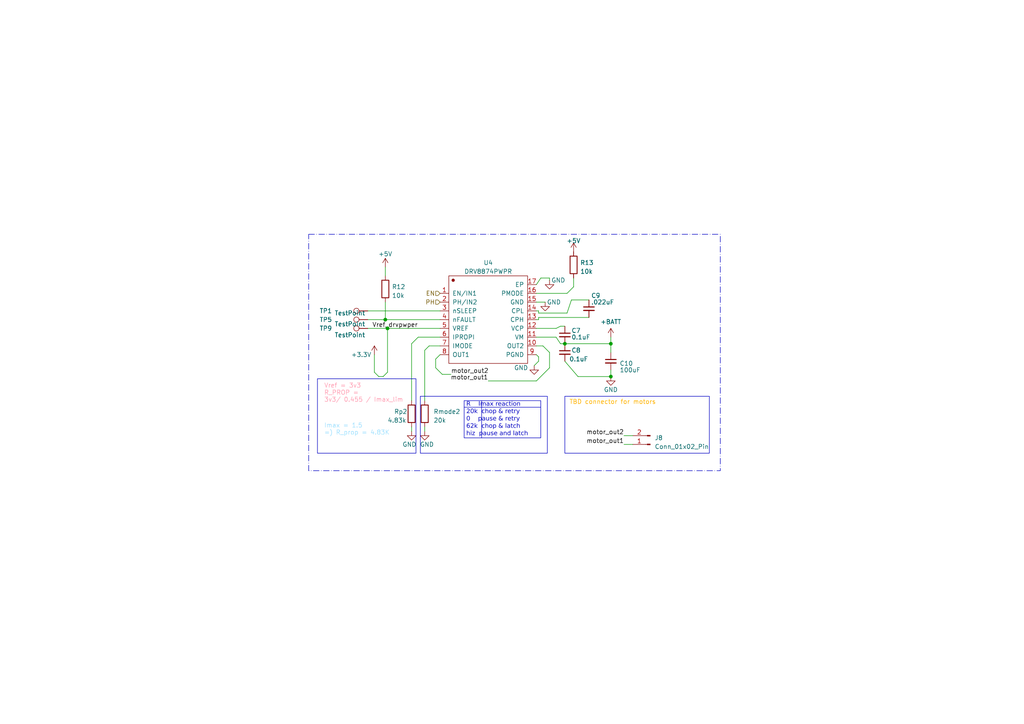
<source format=kicad_sch>
(kicad_sch (version 20230121) (generator eeschema)
  (paper "A4")
  (lib_symbols
    (symbol "Connector:Conn_01x02_Pin" (pin_names (offset 1.016) hide)
      (property "Reference" "J" (at 0 2.54 0))
      (property "Value" "Conn_01x02_Pin" (at 0 -5.08 0))
      (symbol "Conn_01x02_Pin_1_1"
        (polyline (pts (xy 1.27 -2.54) (xy 0.8636 -2.54)) (stroke (width 0.1524)))
        (polyline (pts (xy 1.27 0) (xy 0.8636 0)) (stroke (width 0.1524)))
        (rectangle (start 0.8636 -2.413) (end 0 -2.667) (stroke (width 0.1524)) (fill (type outline)))
        (rectangle (start 0.8636 0.127) (end 0 -0.127) (stroke (width 0.1524)) (fill (type outline)))
        (pin passive line (at 5.08 0 180) (length 3.81) (name "Pin_1") (number "1"))
        (pin passive line (at 5.08 -2.54 180) (length 3.81) (name "Pin_2") (number "2"))
      )
    )
    (symbol "Connector:TestPoint" (pin_numbers hide) (pin_names (offset 0.762) hide)
      (property "Reference" "TP" (at 0 6.858 0))
      (property "Value" "TestPoint" (at 0 5.08 0))
      (symbol "TestPoint_0_1"
        (circle (center 0 3.302) (radius 0.762))
      )
      (symbol "TestPoint_1_1"
        (pin passive line (at 0 0 90) (length 2.54) (name "1") (number "1"))
      )
    )
    (symbol "Device:C_Small" (pin_numbers hide) (pin_names (offset 0.254) hide)
      (property "Reference" "C" (at 0.254 1.778 0))
      (property "Value" "C_Small" (at 0.254 -2.032 0))
      (symbol "C_Small_0_1"
        (polyline (pts (xy -1.524 -0.508) (xy 1.524 -0.508)) (stroke (width 0.3302)))
        (polyline (pts (xy -1.524 0.508) (xy 1.524 0.508)) (stroke (width 0.3048)))
      )
      (symbol "C_Small_1_1"
        (pin passive line (at 0 2.54 270) (length 2.032) (name "~") (number "1"))
        (pin passive line (at 0 -2.54 90) (length 2.032) (name "~") (number "2"))
      )
    )
    (symbol "Device:R" (pin_numbers hide) (pin_names (offset 0))
      (property "Reference" "R" (at 2.032 0 90))
      (property "Value" "R" (at 0 0 90))
      (symbol "R_0_1"
        (rectangle (start -1.016 -2.54) (end 1.016 2.54) (stroke (width 0.254)))
      )
      (symbol "R_1_1"
        (pin passive line (at 0 3.81 270) (length 1.27) (name "~") (number "1"))
        (pin passive line (at 0 -3.81 90) (length 1.27) (name "~") (number "2"))
      )
    )
    (symbol "LCSC_imports:DRV8874PWPR" (pin_names (offset 1.016))
      (property "Reference" "U" (at 0 15.367 0))
      (property "Value" "DRV8874PWPR" (at 0 20.447 0))
      (symbol "DRV8874PWPR_1_1"
        (rectangle (start -11.43 12.7) (end 11.43 -12.7) (stroke (width 0.1524)))
        (circle (center -10.16 11.43) (radius 0.381) (stroke (width 0.1524)) (fill (type outline)))
        (pin input line (at -13.97 7.62 0) (length 2.54) (name "EN/IN1") (number "1"))
        (pin input line (at 13.97 -7.62 180) (length 2.54) (name "OUT2") (number "10"))
        (pin input line (at 13.97 -5.08 180) (length 2.54) (name "VM") (number "11"))
        (pin input line (at 13.97 -2.54 180) (length 2.54) (name "VCP") (number "12"))
        (pin input line (at 13.97 0 180) (length 2.54) (name "CPH") (number "13"))
        (pin input line (at 13.97 2.54 180) (length 2.54) (name "CPL") (number "14"))
        (pin input line (at 13.97 5.08 180) (length 2.54) (name "GND") (number "15"))
        (pin input line (at 13.97 7.62 180) (length 2.54) (name "PMODE") (number "16"))
        (pin input line (at 13.97 10.16 180) (length 2.54) (name "EP") (number "17"))
        (pin input line (at -13.97 5.08 0) (length 2.54) (name "PH/IN2") (number "2"))
        (pin input line (at -13.97 2.54 0) (length 2.54) (name "nSLEEP") (number "3"))
        (pin input line (at -13.97 0 0) (length 2.54) (name "nFAULT") (number "4"))
        (pin input line (at -13.97 -2.54 0) (length 2.54) (name "VREF") (number "5"))
        (pin input line (at -13.97 -5.08 0) (length 2.54) (name "IPROPI") (number "6"))
        (pin input line (at -13.97 -7.62 0) (length 2.54) (name "IMODE") (number "7"))
        (pin input line (at -13.97 -10.16 0) (length 2.54) (name "OUT1") (number "8"))
        (pin input line (at 13.97 -10.16 180) (length 2.54) (name "PGND") (number "9"))
      )
    )
    (symbol "power:+3.3V" (power) (pin_names (offset 0))
      (property "Value" "+3.3V" (at 0 3.556 0))
      (symbol "+3.3V_0_1"
        (polyline (pts (xy -0.762 1.27) (xy 0 2.54)))
        (polyline (pts (xy 0 0) (xy 0 2.54)))
        (polyline (pts (xy 0 2.54) (xy 0.762 1.27)))
      )
      (symbol "+3.3V_1_1"
        (pin power_in line (at 0 0 90) (length 0) hide (name "+3.3V") (number "1"))
      )
    )
    (symbol "power:+5V" (power) (pin_names (offset 0))
      (property "Value" "+5V" (at 0 3.556 0))
      (symbol "+5V_0_1"
        (polyline (pts (xy -0.762 1.27) (xy 0 2.54)))
        (polyline (pts (xy 0 0) (xy 0 2.54)))
        (polyline (pts (xy 0 2.54) (xy 0.762 1.27)))
      )
      (symbol "+5V_1_1"
        (pin power_in line (at 0 0 90) (length 0) hide (name "+5V") (number "1"))
      )
    )
    (symbol "power:+BATT" (power) (pin_names (offset 0))
      (property "Value" "+BATT" (at 0 3.556 0))
      (symbol "+BATT_0_1"
        (polyline (pts (xy -0.762 1.27) (xy 0 2.54)))
        (polyline (pts (xy 0 0) (xy 0 2.54)))
        (polyline (pts (xy 0 2.54) (xy 0.762 1.27)))
      )
      (symbol "+BATT_1_1"
        (pin power_in line (at 0 0 90) (length 0) hide (name "+BATT") (number "1"))
      )
    )
    (symbol "power:GND" (power) (pin_names (offset 0))
      (property "Value" "GND" (at 0 -3.81 0))
      (symbol "GND_0_1"
        (polyline (pts (xy 0 0) (xy 0 -1.27) (xy 1.27 -1.27) (xy 0 -2.54) (xy -1.27 -1.27) (xy 0 -1.27)))
      )
      (symbol "GND_1_1"
        (pin power_in line (at 0 0 270) (length 0) hide (name "GND") (number "1"))
      )
    )
  )
  (junction (at 163.83 99.695))
  (junction (at 112.395 95.25))
  (junction (at 111.76 92.71))
  (junction (at 177.165 109.22))
  (junction (at 177.165 99.695))
  (polyline (pts (xy 139.7 116.205) (xy 139.7 127)))
  (wire (pts (xy 156.21 92.075) (xy 156.21 92.71)))
  (wire (pts (xy 159.385 106.68) (xy 159.385 102.235)))
  (wire (pts (xy 177.165 102.235) (xy 177.165 99.695)))
  (wire (pts (xy 119.38 99.695) (xy 119.38 116.205)))
  (wire (pts (xy 155.575 102.87) (xy 156.21 103.505)))
  (wire (pts (xy 111.125 109.22) (xy 112.395 107.95)))
  (wire (pts (xy 119.38 99.695) (xy 121.285 97.79)))
  (wire (pts (xy 156.21 92.71) (xy 155.575 92.71)))
  (wire (pts (xy 167.64 109.22) (xy 177.165 109.22)))
  (wire (pts (xy 162.56 94.615) (xy 163.83 94.615)))
  (wire (pts (xy 180.975 126.365) (xy 183.515 126.365)))
  (wire (pts (xy 124.46 100.33) (xy 123.19 101.6)))
  (wire (pts (xy 156.21 90.805) (xy 156.21 90.17)))
  (wire (pts (xy 156.21 103.505) (xy 156.21 104.775)))
  (wire (pts (xy 108.585 107.95) (xy 109.855 109.22)))
  (wire (pts (xy 155.575 87.63) (xy 158.115 87.63)))
  (wire (pts (xy 106.68 95.25) (xy 112.395 95.25)))
  (wire (pts (xy 121.285 97.79) (xy 127.635 97.79)))
  (wire (pts (xy 165.735 86.995) (xy 170.815 86.995)))
  (wire (pts (xy 108.585 102.87) (xy 108.585 107.95)))
  (wire (pts (xy 112.395 95.25) (xy 112.395 107.95)))
  (wire (pts (xy 155.575 85.09) (xy 164.465 85.09)))
  (wire (pts (xy 161.29 97.79) (xy 162.56 99.695)))
  (wire (pts (xy 166.37 83.185) (xy 164.465 85.09)))
  (wire (pts (xy 156.21 90.17) (xy 155.575 90.17)))
  (wire (pts (xy 106.68 92.71) (xy 111.76 92.71)))
  (wire (pts (xy 156.845 80.645) (xy 159.385 80.645)))
  (wire (pts (xy 154.94 106.045) (xy 156.21 104.775)))
  (wire (pts (xy 155.575 95.25) (xy 161.29 95.25)))
  (wire (pts (xy 167.64 109.22) (xy 163.83 104.775)))
  (wire (pts (xy 161.29 95.25) (xy 162.56 94.615)))
  (wire (pts (xy 112.395 95.25) (xy 127.635 95.25)))
  (wire (pts (xy 159.385 80.645) (xy 159.385 81.28)))
  (wire (pts (xy 126.365 106.68) (xy 128.27 108.585)))
  (wire (pts (xy 156.21 90.805) (xy 164.465 90.805)))
  (wire (pts (xy 177.165 107.315) (xy 177.165 109.22)))
  (wire (pts (xy 111.76 87.63) (xy 111.76 92.71)))
  (wire (pts (xy 155.575 97.79) (xy 161.29 97.79)))
  (wire (pts (xy 177.165 97.79) (xy 177.165 99.695)))
  (wire (pts (xy 123.19 101.6) (xy 123.19 116.205)))
  (wire (pts (xy 141.605 110.49) (xy 155.575 110.49)))
  (wire (pts (xy 166.37 80.645) (xy 166.37 83.185)))
  (wire (pts (xy 128.27 108.585) (xy 130.81 108.585)))
  (wire (pts (xy 163.83 99.695) (xy 177.165 99.695)))
  (wire (pts (xy 164.465 90.805) (xy 165.735 86.995)))
  (polyline (pts (xy 134.62 118.11) (xy 156.845 118.11)))
  (wire (pts (xy 155.575 82.55) (xy 156.845 80.645)))
  (wire (pts (xy 124.46 100.33) (xy 127.635 100.33)))
  (wire (pts (xy 162.56 99.695) (xy 163.83 99.695)))
  (wire (pts (xy 106.68 90.17) (xy 127.635 90.17)))
  (wire (pts (xy 156.21 92.075) (xy 170.815 92.075)))
  (wire (pts (xy 123.19 123.825) (xy 123.19 125.095)))
  (wire (pts (xy 126.365 104.14) (xy 126.365 106.68)))
  (wire (pts (xy 180.975 128.905) (xy 183.515 128.905)))
  (wire (pts (xy 155.575 110.49) (xy 159.385 106.68)))
  (wire (pts (xy 127.635 102.87) (xy 126.365 104.14)))
  (wire (pts (xy 109.855 109.22) (xy 111.125 109.22)))
  (wire (pts (xy 155.575 100.33) (xy 157.48 100.33)))
  (wire (pts (xy 119.38 123.825) (xy 119.38 125.095)))
  (wire (pts (xy 111.76 92.71) (xy 127.635 92.71)))
  (wire (pts (xy 111.76 77.47) (xy 111.76 80.01)))
  (wire (pts (xy 159.385 102.235) (xy 157.48 100.33)))
  (rectangle (start 89.535 67.945) (end 208.915 136.525) (stroke (width 0) (type dash_dot)))
  (rectangle (start 121.92 114.935) (end 158.75 131.445))
  (rectangle (start 92.075 109.855) (end 120.65 131.445))
  (rectangle (start 134.62 116.205) (end 156.845 127))
  (rectangle (start 163.83 114.935) (end 205.74 131.445))
  (text "Vref = 3v3\nR_PROP = \n3v3/ 0.455 / Imax_lim" (at 93.98 116.84 0) (effects (font (size 1.27 1.27)) (justify left bottom)))
  (text "TBD connector for motors" (at 165.1 117.475 0) (effects (font (size 1.27 1.27)) (justify left bottom)))
  (text "Imax = 1.5\n=) R_prop = 4.83K" (at 93.98 126.365 0) (effects (font (size 1.27 1.27)) (justify left bottom)))
  (text "R    Imax reaction \n20k  chop & retry\n0    pause & retry\n62k  chop & latch\nhiz  pause and latch" (at 135.255 127 0) (effects (font (size 1.27 1.27)) (justify left bottom)))
  (label "motor_out2" (at 130.81 108.585 0))
  (label "motor_out2" (at 180.975 126.365 180))
  (label "Vref_drvpwper" (at 107.95 95.25 0))
  (label "motor_out1" (at 180.975 128.905 180))
  (label "motor_out1" (at 141.605 110.49 180))
  (hierarchical_label "PH" (shape input) (at 127.635 87.63 180))
  (hierarchical_label "EN" (shape input) (at 127.635 85.09 180))
  (symbol (lib_id "LCSC_imports:DRV8874PWPR") (at 141.605 92.71 0) (unit 1)
    (property "Reference" "U4" (at 141.605 76.2 0))
    (property "Value" "DRV8874PWPR" (at 141.605 78.74 0))
    (property "Footprint" "LCSC_parts:HTSSOP-16_L5.0-W4.4-P0.65-LS6.4-BL-EP" (effects hide))
    (property "Datasheet" "https://www.lcsc.com/datasheet/lcsc_datasheet_2302221400_Texas-Instruments-DRV8874PWPR_C1855818.pdf" (effects hide))
    (property "SuppliersPartNumber" "C1855818" (effects hide))
    (property "uuid" "std:7384bdd1e05a4b1a8e1bd8e8948bd536" (effects hide))
    (instances (project "motorgo_plink" (path "" (reference "U4") (unit 1)) (path "" (reference "U3") (unit 1)) (path "" (reference "U5") (unit 1)) (path "" (reference "U9") (unit 1))))
  )
  (symbol (lib_id "Device:R") (at 166.37 76.835 0) (unit 1)
    (property "Reference" "R13" (at 168.275 76.2 0) (effects (justify left)))
    (property "Value" "10k" (at 168.275 78.74 0) (effects (justify left)))
    (property "Footprint" "Resistor_SMD:R_0402_1005Metric" (effects hide))
    (instances (project "motorgo_plink" (path "" (reference "R13") (unit 1)) (path "" (reference "R11") (unit 1)) (path "" (reference "R15") (unit 1)) (path "" (reference "R37") (unit 1))))
  )
  (symbol (lib_id "Device:R") (at 119.38 120.015 0) (unit 1)
    (property "Reference" "Rp2" (at 114.3 119.38 0) (effects (justify left)))
    (property "Value" "4.83k" (at 112.395 121.92 0) (effects (justify left)))
    (property "Footprint" "Resistor_SMD:R_0402_1005Metric" (effects hide))
    (instances (project "motorgo_plink" (path "" (reference "Rp2") (unit 1)) (path "" (reference "Rp1") (unit 1)) (path "" (reference "Rp3") (unit 1)) (path "" (reference "Rp4") (unit 1))))
  )
  (symbol (lib_id "Connector:TestPoint") (at 106.68 95.25 90) (unit 1)
    (property "Reference" "TP9" (at 94.488 95.25 90))
    (property "Value" "TestPoint" (at 101.473 97.155 90))
    (property "Footprint" "TestPoint:TestPoint_Pad_1.0x1.0mm" (effects hide))
    (instances (project "motorgo_plink" (path "" (reference "TP9") (unit 1)) (path "" (reference "TP10") (unit 1)) (path "" (reference "TP11") (unit 1)) (path "" (reference "TP12") (unit 1))))
  )
  (symbol (lib_id "power:+5V") (at 166.37 73.025 0) (unit 1)
    (property "Reference" "#PWR045" (effects hide))
    (property "Value" "+5V" (at 166.37 69.85 0))
    (instances (project "motorgo_plink" (path "" (reference "#PWR045") (unit 1)) (path "" (reference "#PWR035") (unit 1)) (path "" (reference "#PWR055") (unit 1)) (path "" (reference "#PWR0103") (unit 1))))
  )
  (symbol (lib_id "Device:C_Small") (at 163.83 102.235 0) (unit 1)
    (property "Reference" "C8" (at 165.735 101.6063 0) (effects (justify left)))
    (property "Value" "0.1uF" (at 165.1 104.1463 0) (effects (justify left)))
    (property "Footprint" "Capacitor_SMD:C_0402_1005Metric" (effects hide))
    (instances (project "motorgo_plink" (path "" (reference "C8") (unit 1)) (path "" (reference "C4") (unit 1)) (path "" (reference "C12") (unit 1)) (path "" (reference "C27") (unit 1))))
  )
  (symbol (lib_id "power:GND") (at 159.385 81.28 0) (unit 1)
    (property "Reference" "#PWR044" (effects hide))
    (property "Value" "GND" (at 161.925 81.28 0))
    (instances (project "motorgo_plink" (path "" (reference "#PWR044") (unit 1)) (path "" (reference "#PWR034") (unit 1)) (path "" (reference "#PWR054") (unit 1)) (path "" (reference "#PWR0102") (unit 1))))
  )
  (symbol (lib_id "power:GND") (at 119.38 125.095 0) (unit 1)
    (property "Reference" "#PWR040" (effects hide))
    (property "Value" "GND" (at 118.745 128.905 0))
    (instances (project "motorgo_plink" (path "" (reference "#PWR040") (unit 1)) (path "" (reference "#PWR030") (unit 1)) (path "" (reference "#PWR050") (unit 1)) (path "" (reference "#PWR098") (unit 1))))
  )
  (symbol (lib_id "Connector:TestPoint") (at 106.68 92.71 90) (unit 1)
    (property "Reference" "TP5" (at 94.488 92.71 90))
    (property "Value" "TestPoint" (at 101.473 93.98 90))
    (property "Footprint" "TestPoint:TestPoint_Pad_1.0x1.0mm" (effects hide))
    (instances (project "motorgo_plink" (path "" (reference "TP5") (unit 1)) (path "" (reference "TP6") (unit 1)) (path "" (reference "TP7") (unit 1)) (path "" (reference "TP8") (unit 1))))
  )
  (symbol (lib_id "Connector:TestPoint") (at 106.68 90.17 90) (unit 1)
    (property "Reference" "TP1" (at 94.488 90.17 90))
    (property "Value" "TestPoint" (at 101.473 90.805 90))
    (property "Footprint" "TestPoint:TestPoint_Pad_1.0x1.0mm" (effects hide))
    (instances (project "motorgo_plink" (path "" (reference "TP1") (unit 1)) (path "" (reference "TP2") (unit 1)) (path "" (reference "TP3") (unit 1)) (path "" (reference "TP4") (unit 1))))
  )
  (symbol (lib_id "Device:C_Small") (at 177.165 104.775 0) (unit 1)
    (property "Reference" "C10" (at 179.705 105.4163 0) (effects (justify left)))
    (property "Value" "100uF" (at 179.705 107.3213 0) (effects (justify left)))
    (property "Footprint" "Capacitor_SMD:C_1210_3225Metric" (effects hide))
    (instances (project "motorgo_plink" (path "" (reference "C10") (unit 1)) (path "" (reference "C6") (unit 1)) (path "" (reference "C14") (unit 1)) (path "" (reference "C29") (unit 1))))
  )
  (symbol (lib_id "power:GND") (at 177.165 109.22 0) (unit 1)
    (property "Reference" "#PWR047" (effects hide))
    (property "Value" "GND" (at 177.165 113.03 0))
    (instances (project "motorgo_plink" (path "" (reference "#PWR047") (unit 1)) (path "" (reference "#PWR037") (unit 1)) (path "" (reference "#PWR057") (unit 1)) (path "" (reference "#PWR0105") (unit 1))))
  )
  (symbol (lib_id "Device:C_Small") (at 163.83 97.155 0) (unit 1)
    (property "Reference" "C7" (at 165.735 95.8913 0) (effects (justify left)))
    (property "Value" "0.1uF" (at 165.735 97.7963 0) (effects (justify left)))
    (property "Footprint" "Capacitor_SMD:C_0402_1005Metric" (effects hide))
    (instances (project "motorgo_plink" (path "" (reference "C7") (unit 1)) (path "" (reference "C3") (unit 1)) (path "" (reference "C11") (unit 1)) (path "" (reference "C26") (unit 1))))
  )
  (symbol (lib_id "Device:R") (at 111.76 83.82 0) (unit 1)
    (property "Reference" "R12" (at 113.665 83.185 0) (effects (justify left)))
    (property "Value" "10k" (at 113.665 85.725 0) (effects (justify left)))
    (property "Footprint" "Resistor_SMD:R_0402_1005Metric" (effects hide))
    (instances (project "motorgo_plink" (path "" (reference "R12") (unit 1)) (path "" (reference "R10") (unit 1)) (path "" (reference "R14") (unit 1)) (path "" (reference "R36") (unit 1))))
  )
  (symbol (lib_id "power:GND") (at 158.115 87.63 0) (unit 1)
    (property "Reference" "#PWR043" (effects hide))
    (property "Value" "GND" (at 160.655 87.63 0))
    (instances (project "motorgo_plink" (path "" (reference "#PWR043") (unit 1)) (path "" (reference "#PWR033") (unit 1)) (path "" (reference "#PWR053") (unit 1)) (path "" (reference "#PWR0101") (unit 1))))
  )
  (symbol (lib_id "power:GND") (at 154.94 106.045 0) (unit 1)
    (property "Reference" "#PWR042" (effects hide))
    (property "Value" "GND" (at 151.13 106.68 0))
    (instances (project "motorgo_plink" (path "" (reference "#PWR042") (unit 1)) (path "" (reference "#PWR032") (unit 1)) (path "" (reference "#PWR052") (unit 1)) (path "" (reference "#PWR0100") (unit 1))))
  )
  (symbol (lib_id "power:+BATT") (at 177.165 97.79 0) (unit 1)
    (property "Reference" "#PWR?" (effects hide))
    (property "Value" "+BATT" (at 177.165 93.345 0))
    (instances (project "motorgo_plink" (path "" (reference "#PWR?") (unit 1)) (path "" (reference "#PWR031") (unit 1)) (path "" (reference "#PWR046") (unit 1)) (path "" (reference "#PWR036") (unit 1)) (path "" (reference "#PWR056") (unit 1)) (path "" (reference "#PWR0104") (unit 1))))
  )
  (symbol (lib_id "Device:C_Small") (at 170.815 89.535 0) (unit 1)
    (property "Reference" "C9" (at 171.45 85.7313 0) (effects (justify left)))
    (property "Value" ".022uF" (at 171.45 87.6363 0) (effects (justify left)))
    (property "Footprint" "Capacitor_SMD:C_0402_1005Metric" (effects hide))
    (instances (project "motorgo_plink" (path "" (reference "C9") (unit 1)) (path "" (reference "C5") (unit 1)) (path "" (reference "C13") (unit 1)) (path "" (reference "C28") (unit 1))))
  )
  (symbol (lib_id "power:+5V") (at 111.76 77.47 0) (unit 1)
    (property "Reference" "#PWR039" (effects hide))
    (property "Value" "+5V" (at 111.76 73.66 0))
    (instances (project "motorgo_plink" (path "" (reference "#PWR039") (unit 1)) (path "" (reference "#PWR029") (unit 1)) (path "" (reference "#PWR049") (unit 1)) (path "" (reference "#PWR097") (unit 1))))
  )
  (symbol (lib_id "Connector:Conn_01x02_Pin") (at 188.595 128.905 180) (unit 1)
    (property "Reference" "J8" (at 189.865 127 0) (effects (justify right)))
    (property "Value" "Conn_01x02_Pin" (at 189.865 129.54 0) (effects (justify right)))
    (property "Footprint" "Connector_PinHeader_2.54mm:PinHeader_1x02_P2.54mm_Vertical" (effects hide))
    (instances (project "motorgo_plink" (path "" (reference "J8") (unit 1)) (path "" (reference "J6") (unit 1)) (path "" (reference "J10") (unit 1)) (path "" (reference "J22") (unit 1))))
  )
  (symbol (lib_id "Device:R") (at 123.19 120.015 0) (unit 1)
    (property "Reference" "Rmode2" (at 125.73 119.38 0) (effects (justify left)))
    (property "Value" "20k" (at 125.73 121.92 0) (effects (justify left)))
    (property "Footprint" "Resistor_SMD:R_0402_1005Metric" (effects hide))
    (instances (project "motorgo_plink" (path "" (reference "Rmode2") (unit 1)) (path "" (reference "Rmode1") (unit 1)) (path "" (reference "Rmode3") (unit 1)) (path "" (reference "Rmode4") (unit 1))))
  )
  (symbol (lib_id "power:+3.3V") (at 108.585 102.87 0) (unit 1)
    (property "Reference" "#PWR075" (effects hide))
    (property "Value" "+3.3V" (at 104.775 102.87 0))
    (instances (project "motorgo_plink" (path "" (reference "#PWR075") (unit 1)) (path "" (reference "#PWR064") (unit 1)) (path "" (reference "#PWR0119") (unit 1)) (path "" (reference "#PWR0120") (unit 1)) (path "" (reference "#PWR0121") (unit 1))))
  )
  (symbol (lib_id "power:GND") (at 123.19 125.095 0) (unit 1)
    (property "Reference" "#PWR041" (effects hide))
    (property "Value" "GND" (at 123.825 128.905 0))
    (instances (project "motorgo_plink" (path "" (reference "#PWR041") (unit 1)) (path "" (reference "#PWR031") (unit 1)) (path "" (reference "#PWR051") (unit 1)) (path "" (reference "#PWR099") (unit 1))))
  )
)
</source>
